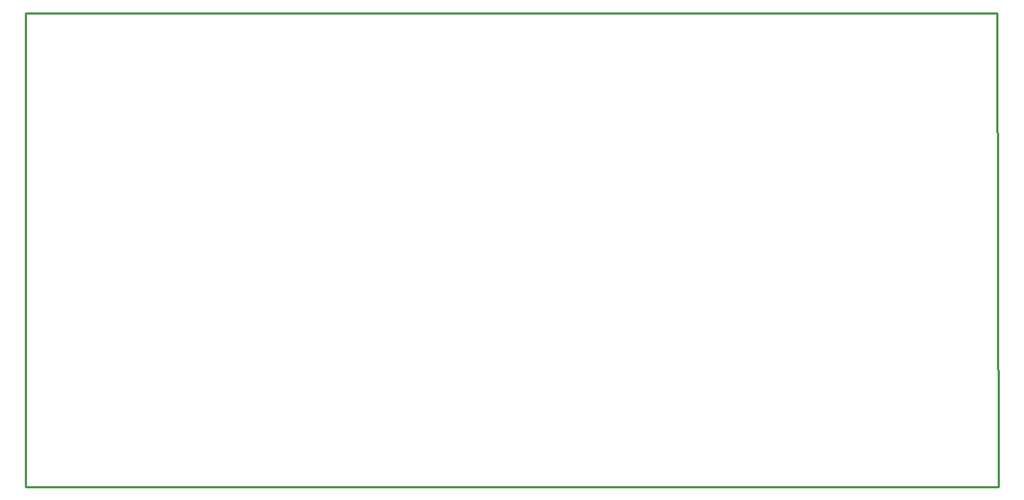
<source format=gko>
G04 Layer: BoardOutline*
G04 EasyEDA v6.4.0, 2020-07-15T14:14:54--5:00*
G04 b3c21e9d98434acf968649de900d4150,a7c2b416e861464fa72e98bd65157655,10*
G04 Gerber Generator version 0.2*
G04 Scale: 100 percent, Rotated: No, Reflected: No *
G04 Dimensions in inches *
G04 leading zeros omitted , absolute positions ,2 integer and 4 decimal *
%FSLAX24Y24*%
%MOIN*%
G90*
G70D02*

%ADD10C,0.010000*%
G54D10*
G01X0Y21650D02*
G01X44350Y21650D01*
G01X44400Y0D01*
G01X0Y0D01*
G01X0Y21650D01*

%LPD*%
M00*
M02*

</source>
